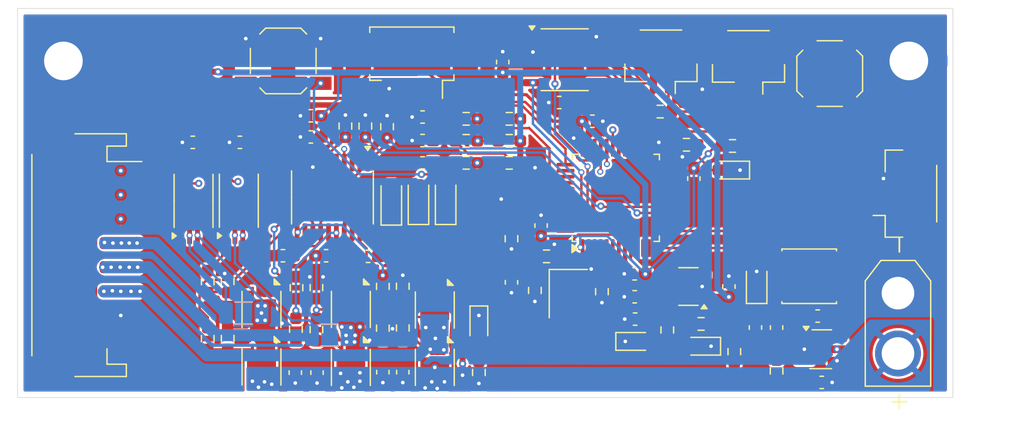
<source format=kicad_pcb>
(kicad_pcb (version 20240108) (generator "pcbnew") (generator_version "8.0")
  (layers (0 "F.Cu" mixed) (1 "In1.Cu" signal) (2 "In2.Cu" signal) (31 "B.Cu" signal) (34 "B.Paste" user) (35 "F.Paste" user) (36 "B.SilkS" user "B.Silkscreen") (37 "F.SilkS" user "F.Silkscreen") (38 "B.Mask" user) (39 "F.Mask" user) (44 "Edge.Cuts" user))
  (net 0 "")
  (net 1 "GND")
  (net 2 "+3.3V")
  (net 3 "Net-(U1-PB5)")
  (net 4 "Net-(U1-PB6)")
  (net 5 "Net-(U1-PB7)")
  (net 6 "+5V")
  (net 7 "NRST")
  (net 8 "+24V")
  (net 9 "RCC_OSC_IN+")
  (net 10 "Net-(D3-C)")
  (net 11 "/M0_OUT1_P")
  (net 12 "/M0_OUT2_P")
  (net 13 "Net-(D4-C)")
  (net 14 "Net-(D5-C)")
  (net 15 "/M0_OUT3")
  (net 16 "RCC_OSC_OUT-")
  (net 17 "Net-(RY8411-FB)")
  (net 18 "Net-(RY8411-BS)")
  (net 19 "Net-(D2-A)")
  (net 20 "Net-(D6-+)")
  (net 21 "Net-(D7-+)")
  (net 22 "Net-(D8-+)")
  (net 23 "SYS_JTCK_SWCLK")
  (net 24 "SYS_JTMS_SWDIO")
  (net 25 "CANL")
  (net 26 "CANH")
  (net 27 "M0_OUT1")
  (net 28 "M0_OUT2_N")
  (net 29 "HALL_A")
  (net 30 "HALL_B")
  (net 31 "HALL_C")
  (net 32 "Net-(U5-SPLIT)")
  (net 33 "Net-(Q1-G)")
  (net 34 "Net-(Q2-G)")
  (net 35 "Net-(Q5-G)")
  (net 36 "Net-(Q6-G)")
  (net 37 "Net-(Q9-G)")
  (net 38 "Net-(Q10-G)")
  (net 39 "/M0_GH2")
  (net 40 "/M0_GH1")
  (net 41 "/M0_GL1")
  (net 42 "/M0_GL2")
  (net 43 "/M0_GL3")
  (net 44 "LED_1")
  (net 45 "/M0_GH3")
  (net 46 "M0_IN3")
  (net 47 "M0_IN2")
  (net 48 "M0_IN1")
  (net 49 "Net-(U1-BOOT0)")
  (net 50 "DBG")
  (net 53 "USART2_RX")
  (net 57 "USART2_TX")
  (net 61 "CAN_TX")
  (net 71 "/M0_OUT2_CS")
  (net 73 "CAN_RX")
  (net 78 "Net-(Y2-Pad2)")
  (net 79 "M0_OUT3_N")
  (net 80 "/M0_OUT3_P")
  (net 81 "/M0_OUT3_CS")
  (net 82 "SW")
  (footprint "Button_Switch_SMD:SW_SPST_SKQG_WithoutStem" (layer "F.Cu") (at 18.2 0 180)
    (property "Reference" "SW1" (hide yes))
    (property "Value" "SW_Push" (hide yes))
  )
  (footprint "Diode_SMD:D_SOD-323_HandSoldering" (layer "F.Cu") (at 29.4 11.55 90)
    (property "Reference" "D4" (hide yes))
    (property "Value" "1N5819WS" (hide yes))
  )
  (footprint "Crystal:Crystal_SMD_SeikoEpson_TSX3225-4Pin_3.2x2.5mm" (layer "F.Cu") (at 41.8 19.2875 -90)
    (property "Reference" "Y2" (hide yes))
    (property "Value" "16MHz" (hide yes))
  )
  (footprint "Resistor_SMD:R_0603_1608Metric_Pad0.98x0.95mm_HandSolder" (layer "F.Cu") (at 33.35 4.8 180)
    (property "Reference" "R3" (hide yes))
    (property "Value" "100Ω" (hide yes))
  )
  (footprint "Resistor_SMD:R_0603_1608Metric_Pad0.98x0.95mm_HandSolder" (layer "F.Cu") (at 11.95 23.0125 90)
    (property "Reference" "R20" (hide yes))
    (property "Value" "2.2Ω" (hide yes))
  )
  (footprint "Package_DFN_QFN:DFN-8-1EP_3x3mm_P0.5mm_EP1.65x2.38mm" (layer "F.Cu") (at 23.8 20.6 -90)
    (property "Reference" "Q6" (hide yes))
    (property "Value" "WSD4070DN" (hide yes))
  )
  (footprint "Resistor_SMD:R_0603_1608Metric_Pad0.98x0.95mm_HandSolder" (layer "F.Cu") (at 36.9125 6.625)
    (property "Reference" "R4" (hide yes))
    (property "Value" "4.7kΩ" (hide yes))
  )
  (footprint "Capacitor_SMD:C_0603_1608Metric_Pad1.08x0.95mm_HandSolder" (layer "F.Cu") (at 62.45 21.15 180)
    (property "Reference" "C38" (hide yes))
    (property "Value" "100nF" (hide yes))
  )
  (footprint "Resistor_SMD:R_0603_1608Metric_Pad0.98x0.95mm_HandSolder" (layer "F.Cu") (at 40 16.2 180)
    (property "Reference" "R32" (hide yes))
    (property "Value" "10K" (hide yes))
  )
  (footprint "Capacitor_SMD:C_0603_1608Metric_Pad1.08x0.95mm_HandSolder" (layer "F.Cu") (at 39.55 13.65 90)
    (property "Reference" "C12" (hide yes))
    (property "Value" "100nF" (hide yes))
  )
  (footprint "Capacitor_SMD:C_0603_1608Metric_Pad1.08x0.95mm_HandSolder" (layer "F.Cu") (at 28.1 25.8 90)
    (property "Reference" "C27" (hide yes))
    (property "Value" "10u" (hide yes))
  )
  (footprint "Package_DFN_QFN:DFN-8-1EP_3x3mm_P0.5mm_EP1.65x2.38mm" (layer "F.Cu") (at 16.4 25.3675 -90)
    (property "Reference" "Q9" (hide yes))
    (property "Value" "WSD4070DN" (hide yes))
  )
  (footprint "Package_DFN_QFN:DFN-8-1EP_3x3mm_P0.5mm_EP1.65x2.38mm" (layer "F.Cu") (at 30.75 25.4 -90)
    (property "Reference" "Q1" (hide yes))
    (property "Value" "WSD4070DN" (hide yes))
  )
  (footprint "Package_SO:SOP-8_3.9x4.9mm_P1.27mm" (layer "F.Cu") (at 41.5 -0.1)
    (property "Reference" "U5" (hide yes))
    (property "Value" "SIT1042T" (hide yes))
  )
  (footprint "Resistor_SMD:R_0603_1608Metric_Pad0.98x0.95mm_HandSolder" (layer "F.Cu") (at 59.05 25.7 90)
    (property "Reference" "R26" (hide yes))
    (property "Value" "47kΩ" (hide yes))
  )
  (footprint "Resistor_SMD:R_0603_1608Metric_Pad0.98x0.95mm_HandSolder" (layer "F.Cu") (at 44.5875 19.125 -90)
    (property "Reference" "C28" (hide yes))
    (property "Value" "20p" (hide yes))
  )
  (footprint "Capacitor_SMD:C_0603_1608Metric_Pad1.08x0.95mm_HandSolder" (layer "F.Cu") (at 21.75 16.15)
    (property "Reference" "C23" (hide yes))
    (property "Value" "100nF" (hide yes))
  )
  (footprint "Diode_SMD:D_SOD-323" (layer "F.Cu") (at 57.4 18.5 90)
    (property "Reference" "D1" (hide yes))
    (property "Value" "BZT52B20-G" (hide yes))
  )
  (footprint "Capacitor_SMD:C_0603_1608Metric_Pad1.08x0.95mm_HandSolder" (layer "F.Cu") (at 29.7375 8.45 180)
    (property "Reference" "C5" (hide yes))
    (property "Value" "0.01u" (hide yes))
  )
  (footprint "Capacitor_SMD:C_0603_1608Metric_Pad1.08x0.95mm_HandSolder" (layer "F.Cu") (at 62.7875 26.65 180)
    (property "Reference" "C41" (hide yes))
    (property "Value" "22uF" (hide yes))
  )
  (footprint "Resistor_SMD:R_0603_1608Metric_Pad0.98x0.95mm_HandSolder" (layer "F.Cu") (at 39.0375 19.025 -90)
    (property "Reference" "C21" (hide yes))
    (property "Value" "20p" (hide yes))
  )
  (footprint "Resistor_SMD:R_0603_1608Metric_Pad0.98x0.95mm_HandSolder" (layer "F.Cu") (at 25 5.4 -90)
    (property "Reference" "R29" (hide yes))
    (property "Value" "10kΩ" (hide yes))
  )
  (footprint "Capacitor_SMD:C_0603_1608Metric_Pad1.08x0.95mm_HandSolder" (layer "F.Cu") (at 57.3 22.1 -90)
    (property "Reference" "C35" (hide yes))
    (property "Value" "22uF" (hide yes))
  )
  (footprint "Resistor_SMD:R_0603_1608Metric_Pad0.98x0.95mm_HandSolder" (layer "F.Cu") (at 11.95 18.3 90)
    (property "Reference" "R15" (hide yes))
    (property "Value" "2.2Ω" (hide yes))
  )
  (footprint "Resistor_SMD:R_0603_1608Metric_Pad0.98x0.95mm_HandSolder" (layer "F.Cu") (at 13.6 18.2875 -90)
    (property "Reference" "R23" (hide yes))
    (property "Value" "10kΩ" (hide yes))
  )
  (footprint "Resistor_SMD:R_0603_1608Metric_Pad0.98x0.95mm_HandSolder" (layer "F.Cu") (at 50 22.3 -90)
    (property "Reference" "R34" (hide yes))
    (property "Value" "1kΩ" (hide yes))
  )
  (footprint "Resistor_SMD:R_0603_1608Metric_Pad0.98x0.95mm_HandSolder" (layer "F.Cu") (at 33.35 6.625 180)
    (property "Reference" "R5" (hide yes))
    (property "Value" "100Ω" (hide yes))
  )
  (footprint "Resistor_SMD:R_0603_1608Metric_Pad0.98x0.95mm_HandSolder" (layer "F.Cu") (at 33.35 8.45 180)
    (property "Reference" "R9" (hide yes))
    (property "Value" "100Ω" (hide yes))
  )
  (footprint "Resistor_SMD:R_0603_1608Metric_Pad0.98x0.95mm_HandSolder" (layer "F.Cu") (at 55.55 24.1 90)
    (property "Reference" "R27" (hide yes))
    (property "Value" "249kΩ" (hide yes))
  )
  (footprint "Resistor_SMD:R_0603_1608Metric_Pad0.98x0.95mm_HandSolder" (layer "F.Cu") (at 37.1 14.7375 90)
    (property "Reference" "R31" (hide yes))
    (property "Value" "10K" (hide yes))
  )
  (footprint "Resistor_SMD:R_0603_1608Metric_Pad0.98x0.95mm_HandSolder" (layer "F.Cu") (at 26.45 22.15 90)
    (property "Reference" "R12" (hide yes))
    (property "Value" "2.2Ω" (hide yes))
  )
  (footprint "Connector_JST:JST_GH_SM03B-GHS-TB_1x03-1MP_P1.25mm_Horizontal" (layer "F.Cu") (at 69.75 11 90)
    (property "Reference" "USART1" (hide yes))
    (property "Value" "Conn_01x03" (hide yes))
  )
  (footprint "Capacitor_SMD:C_0603_1608Metric_Pad1.08x0.95mm_HandSolder" (layer "F.Cu") (at 18.175 16.15)
    (property "Reference" "C24" (hide yes))
    (property "Value" "100nF" (hide yes))
  )
  (footprint "Package_SO:TSSOP-8_4.4x3mm_P0.65mm" (layer "F.Cu") (at 10.775 11.6 90)
    (property "Reference" "U2" (hide yes))
    (property "Value" "INA240A2PWR" (hide yes))
  )
  (footprint "Resistor_SMD:R_0603_1608Metric_Pad0.98x0.95mm_HandSolder" (layer "F.Cu") (at 28.1 22.1375 -90)
    (property "Reference" "R16" (hide yes))
    (property "Value" "10kΩ" (hide yes))
  )
  (footprint "Capacitor_SMD:C_0603_1608Metric_Pad1.08x0.95mm_HandSolder" (layer "F.Cu") (at 29.7375 6.6 180)
    (property "Reference" "C4" (hide yes))
    (property "Value" "0.01u" (hide yes))
  )
  (footprint "Connector_Molex:Molex_PicoBlade_53261-0471_1x04-1MP_P1.25mm_Horizontal" (layer "F.Cu") (at 28.85 -0.1 180)
    (property "Reference" "J1" (hide yes))
    (property "Value" "Conn_01x04_Pin" (hide yes))
  )
  (footprint "Package_DFN_QFN:DFN-8-1EP_3x3mm_P0.5mm_EP1.65x2.38mm" (layer "F.Cu") (at 30.75 20.65 -90)
    (property "Reference" "Q2" (hide yes))
    (property "Value" "WSD4070DN" (hide yes))
  )
  (footprint "Resistor_SMD:R_0603_1608Metric_Pad0.98x0.95mm_HandSolder" (layer "F.Cu") (at 34.4 25.825 90)
    (property "Reference" "R10" (hide yes))
    (property "Value" "10k" (hide yes))
  )
  (footprint "Resistor_SMD:R_0603_1608Metric_Pad0.98x0.95mm_HandSolder" (layer "F.Cu") (at 26.45 18.6875 90)
    (property "Reference" "R13" (hide yes))
    (property "Value" "2.2Ω" (hide yes))
  )
  (footprint "Capacitor_SMD:C_0603_1608Metric_Pad1.08x0.95mm_HandSolder" (layer "F.Cu") (at 59.05 22.1 -90)
    (property "Reference" "C1" (hide yes))
    (property "Value" "22uF" (hide yes))
  )
  (footprint "Resistor_SMD:R_0603_1608Metric_Pad0.98x0.95mm_HandSolder" (layer "F.Cu") (at 51.5875 6.95 180)
    (property "Reference" "R19" (hide yes))
    (property "Value" "470Ω" (hide yes))
  )
  (footprint "Capacitor_SMD:C_0603_1608Metric_Pad1.08x0.95mm_HandSolder" (layer "F.Cu") (at 52.2 9.75 -90)
    (property "Reference" "C10" (hide yes))
    (property "Value" "100nF" (hide yes))
  )
  (footprint "Capacitor_SMD:C_0603_1608Metric_Pad1.08x0.95mm_HandSolder" (layer "F.Cu") (at 19.2 25.8375 90)
    (property "Reference" "C18" (hide yes))
    (property "Value" "10u" (hide yes))
  )
  (footprint "Package_TO_SOT_SMD:SOT-23-5" (layer "F.Cu") (at 51.75 18.7 180)
    (property "Reference" "U6" (hide yes))
    (property "Value" "XC6210B332MR" (hide yes))
  )
  (footprint "Resistor_SMD:R_0603_1608Metric_Pad0.98x0.95mm_HandSolder" (layer "F.Cu") (at 49.4125 4.2)
    (property "Reference" "R18" (hide yes))
    (property "Value" "120Ω" (hide yes))
  )
  (footprint "Resistor_SMD:R_0603_1608Metric_Pad0.98x0.95mm_HandSolder" (layer "F.Cu") (at 55.4 7.05 180)
    (property "Reference" "R35" (hide yes))
    (property "Value" "10K" (hide yes))
  )
  (footprint "Inductor_SMD:L_Changjiang_FNR4020S" (layer "F.Cu") (at 61.75 17.85)
    (property "Reference" "L2" (hide yes))
    (property "Value" "4.7uH" (hide yes))
  )
  (footprint "Capacitor_SMD:C_0603_1608Metric_Pad1.08x0.95mm_HandSolder" (layer "F.Cu") (at 43.8 5)
    (property "Reference" "C9" (hide yes))
    (property "Value" "100nF" (hide yes))
  )
  (footprint "Resistor_SMD:R_0603_1608Metric_Pad0.98x0.95mm_HandSolder" (layer "F.Cu") (at 19.3 18.8 90)
    (property "Reference" "R14" (hide yes))
    (property "Value" "2.2Ω" (hide yes))
  )
  (footprint "Resistor_SMD:R_0603_1608Metric_Pad0.98x0.95mm_HandSolder" (layer "F.Cu") (at 20.95 18.7875 -90)
    (property "Reference" "R21" (hide yes))
    (property "Value" "10kΩ" (hide yes))
  )
  (footprint "Connector_AMASS:AMASS_XT30U-M_1x02_P5.0mm_Vertical" (layer "F.Cu") (at 69.1 19.25 -90)
    (property "Reference" "J5" (hide yes))
    (property "Value" "Conn_01x02_Pin" (hide yes))
  )
  (footprint "Resistor_SMD:R_0603_1608Metric_Pad0.98x0.95mm_HandSolder" (layer "F.Cu") (at 20.95 22.275 -90)
    (property "Reference" "R22" (hide yes))
    (property "Value" "10kΩ" (hide yes))
  )
  (footprint "Resistor_SMD:R_0603_1608Metric_Pad0.98x0.95mm_HandSolder" (layer "F.Cu") (at 19.25 22.2375 90)
    (property "Reference" "R11" (hide yes))
    (property "Value" "2.2Ω" (hide yes))
  )
  (footprint "Capacitor_SMD:C_0603_1608Metric_Pad1.08x0.95mm_HandSolder" (layer "F.Cu") (at 55.1 18.7 -90)
    (property "Reference" "C6" (hide yes))
    (property "Value" "0.01u" (hide yes))
  )
  (footprint "LED_SMD:LED_0603_1608Metric_Pad1.05x0.95mm_HandSolder" (layer "F.Cu") (at 47.4 23.25)
    (property "Reference" "D8" (hide yes))
    (property "Value" "LED" (hide yes))
  )
  (footprint "Connector_JST:JST_GH_SM02B-GHS-TB_1x02-1MP_P1.25mm_Horizontal" (layer "F.Cu") (at 56.725 0.050001 180)
    (property "Reference" "J3" (hide yes))
    (property "Value" "Conn_01x02_MountingPin" (hide yes))
  )
  (footprint "Capacitor_SMD:C_0603_1608Metric_Pad1.08x0.95mm_HandSolder" (layer "F.Cu") (at 26.45 25.8 90)
    (property "Reference" "C25" (hide yes))
    (property "Value" "10u" (hide yes))
  )
  (footprint "Resistor_SMD:R_0603_1608Metric_Pad0.98x0.95mm_HandSolder" (layer "F.Cu") (at 52.8 21.8 180)
    (property "Reference" "R33" (hide yes))
    (property "Value" "1kΩ" (hide yes))
  )
  (footprint "Diode_SMD:D_SOD-323_HandSoldering" (layer "F.Cu") (at 27.15 11.6 90)
    (property "Reference" "D5" (hide yes))
    (property "Value" "1N5819WS" (hide yes))
  )
  (footprint "Diode_SMD:D_SOD-323_HandSoldering" (layer "F.Cu") (at 31.65 11.55 90)
    (property "Reference" "D3" (hide yes))
    (property "Value" "1N5819WS" (hide yes))
  )
  (footprint "MountingHole:MountingHole_3.2mm_M3_Pad" (layer "F.Cu") (at 70 0)
    (property "Reference" "H1" (hide yes))
    (property "Value" "MountingHole" (hide yes))
  )
  (footprint "Resistor_SMD:R_0603_1608Metric_Pad0.98x0.95mm_HandSolder" (layer "F.Cu") (at 36.9125 4.8)
    (property "Reference" "R2" (hide yes))
    (property "Value" "4.7kΩ" (hide yes))
  )
  (footprint "LED_SMD:LED_0603_1608Metric_Pad1.05x0.95mm_HandSolder" (layer "F.Cu") (at 52.75 23.65 180)
    (property "Reference" "D7" (hide yes))
    (property "Value" "LED" (hide yes))
  )
  (footprint "Package_DFN_QFN:DFN-8-1EP_3x3mm_P0.5mm_EP1.65x2.38mm" (layer "F.Cu") (at 16.4 20.6 -90)
    (property "Reference" "Q10" (hide yes))
    (property "Value" "WSD4070DN" (hide yes))
  )
  (footprint "MountingHole:MountingHole_3.2mm_M3_Pad" (layer "F.Cu") (at 0 0)
    (property "Reference" "H2" (hide yes))
    (property "Value" "MountingHole" (hide yes))
  )
  (footprint "Resistor_SMD:R_0603_1608Metric_Pad0.98x0.95mm_HandSolder" (layer "F.Cu") (at 26.8 5.45 -90)
    (property "Reference" "R30" (hide yes))
    (property "Value" "10kΩ" (hide yes))
  )
  (footprint "Resistor_SMD:R_0603_1608Metric_Pad0.98x0.95mm_HandSolder" (layer "F.Cu") (at 28.1 18.675 -90)
    (property "Reference" "R17" (hide yes))
    (property "Value" "10kΩ" (hide yes))
  )
  (footprint "Capacitor_SMD:C_0603_1608Metric_Pad1.08x0.95mm_HandSolder" (layer "F.Cu") (at 47.3 19.55 180)
    (property "Reference" "C11" (hide yes))
    (property "Value" "100nF" (hide yes))
  )
  (footprint "Button_Switch_SMD:SW_SPST_SKQG_WithoutStem" (layer "F.Cu") (at 63.45 1.05 -90)
    (property "Reference" "SW2" (hide yes))
    (property "Value" "SW_Push" (hide yes))
  )
  (footprint "LED_SMD:LED_0603_1608Metric_Pad1.05x0.95mm_HandSolder" (layer "F.Cu") (at 55.15 9.05 180)
    (property "Reference" "D2" (hide yes))
    (property "Value" "LED" (hide yes))
  )
  (footprint "Capacitor_SMD:C_0603_1608Metric_Pad1.08x0.95mm_HandSolder" (layer "F.Cu") (at 20.4875 6.3 180)
    (property "Reference" "C16" (hide yes))
    (property "Value" "1uF" (hide yes))
  )
  (footprint "Package_TO_SOT_SMD:SOT-23-6_Handsoldering" (layer "F.Cu") (at 62.7 23.9)
    (property "Reference" "RY8411" (hide yes))
    (property "Value" "~" (hide yes))
  )
  (footprint "Connector_JST:JST_PH_S8B-PH-SM4-TB_1x08-1MP_P2.00mm_Horizontal" (layer "F.Cu") (at 1.9 16.1 -90)
    (property "Reference" "J6" (hide yes))
    (property "Value" "Conn_01x08_Socket" (hide yes))
  )
  (footprint "Capacitor_SMD:C_0603_1608Metric_Pad1.08x0.95mm_HandSolder" (layer "F.Cu") (at 47.3375 21.4)
    (property "Reference" "C2" (hide yes))
    (property "Value" "1u" (hide yes))
  )
  (footprint "Capacitor_SMD:C_0603_1608Metric_Pad1.08x0.95mm_HandSolder" (layer "F.Cu") (at 14.6125 6.75 180)
    (property "Reference" "C13" (hide yes))
    (property "Value" "100nF" (hide yes))
  )
  (footprint "LED_SMD:LED_0603_1608Metric_Pad1.05x0.95mm_HandSolder" (layer "F.Cu") (at 34.4 21.975 -90)
    (property "Reference" "D6" (hide yes))
    (property "Value" "LED" (hide yes))
  )
  (footprint "Resistor_SMD:R_0603_1608Metric_Pad0.98x0.95mm_HandSolder" (layer "F.Cu") (at 36.9125 8.45)
    (property "Reference" "R6" (hide yes))
    (property "Value" "4.7kΩ" (hide yes))
  )
  (footprint "Resistor_SMD:R_0603_1608Metric_Pad0.98x0.95mm_HandSolder" (layer "F.Cu") (at 13.6 23 -90)
    (property "Reference" "R24" (hide yes))
    (property "Value" "10kΩ" (hide yes))
  )
  (footprint "Capacitor_SMD:C_0603_1608Metric_Pad1.08x0.95mm_HandSolder" (layer "F.Cu") (at 37.1 18.35 -90)
    (property "Reference" "C8" (hide yes))
    (property "Value" "100nF" (hide yes))
  )
  (footprint "Capacitor_SMD:C_0603_1608Metric_Pad1.08x0.95mm_HandSolder" (layer "F.Cu") (at 10.7125 6.75 180)
    (property "Reference" "C15" (hide yes))
    (property "Value" "100nF" (hide yes))
  )
  (footprint "Package_SO:TSSOP-8_4.4x3mm_P0.65mm" (layer "F.Cu") (at 14.525 11.5875 90)
    (property "Reference" "U3" (hide yes))
    (property "Value" "INA240A2PWR" (hide yes))
  )
  (footprint "Capacitor_SMD:C_0603_1608Metric_Pad1.08x0.95mm_HandSolder" (layer "F.Cu") (at 21 25.8375 90)
    (property "Reference" "C20" (hide yes))
    (property "Value" "10u" (hide yes))
  )
  (footprint "Capacitor_SMD:C_0603_1608Metric_Pad1.08x0.95mm_HandSolder" (layer "F.Cu") (at 20.4875 4.55 180)
    (property "Reference" "C17" (hide yes))
    (property "Value" "100nF" (hide yes))
  )
  (footprint "Package_QFP:LQFP-48_7x7mm_P0.5mm" (layer "F.Cu") (at 45.7375 11.35 90)
    (property "Reference" "U1" (hide yes))
    (property "Value" "STM32F103C8Tx" (hide yes))
  )
  (footprint "Package_DFN_QFN:DFN-8-1EP_3x3mm_P0.5mm_EP1.65x2.38mm" (layer "F.Cu") (at 23.8 25.4 -90)
    (property "Reference" "Q5" (hide yes))
    (property "Value" "WSD4070DN" (hide yes))
  )
  (footprint "Resistor_SMD:R_0603_1608Metric_Pad0.98x0.95mm_HandSolder" (layer "F.Cu") (at 23.35 5.4 -90)
    (property "Reference" "R28" (hide yes))
    (property "Value" "10kΩ" (hide yes))
  )
  (footprint "Capacitor_SMD:C_0603_1608Metric_Pad1.08x0.95mm_HandSolder" (layer "F.Cu") (at 41.05 3.45 180)
    (property "Reference" "C14" (hide yes))
    (property "Value" "100nF" (hide yes))
  )
  (footprint "Capacitor_SMD:C_0603_1608Metric_Pad1.08x0.95mm_HandSolder" (layer "F.Cu") (at 25.225 16.2)
    (property "Reference" "C22" (hide yes))
    (property "Value" "100nF" (hide yes))
  )
  (footprint "Package_SO:TSSOP-20-1EP_4.4x6.5mm_P0.65mm_EP2.15x3.35mm" (layer "F.Cu") (at 22.275 11.3125 -90)
    (property "Reference" "U8" (hide yes))
    (property "Value" "EG2133" (hide yes))
  )
  (footprint "Capacitor_SMD:C_0603_1608Metric_Pad1.08x0.95mm_HandSolder" (layer "F.Cu") (at 36.375 0.0925 -90)
    (property "Reference" "C26" (hide yes))
    (property "Value" "100nF" (hide yes))
  )
  (footprint "Capacitor_SMD:C_0603_1608Metric_Pad1.08x0.95mm_HandSolder" (layer "F.Cu") (at 29.7375 4.65)
    (property "Reference" "C3" (hide yes))
    (property "Value" "0.01u" (hide yes))
  )
  (footprint "Capacitor_SMD:C_0603_1608Metric_Pad1.08x0.95mm_HandSolder" (layer "F.Cu") (at 47.3 17.65 180)
    (property "Reference" "C7" (hide yes))
    (property "Value" "4.7uF" (hide yes))
  )
  (footprint "Connector_JST:JST_GH_SM02B-GHS-TB_1x02-1MP_P1.25mm_Horizontal" (layer "F.Cu") (at 49.475 0.000001 180)
    (property "Reference" "J4" (hide yes))
    (property "Value" "Conn_01x02_MountingPin" (hide yes))
  )
  (footprint "Capacitor_SMD:C_1206_3216Metric" (layer "B.Cu") (at 22.05 22.73 180)
    (property "Reference" "R8" (hide yes))
    (property "Value" "0.01Ω" (hide yes))
  )
  (footprint "Capacitor_SMD:C_1206_3216Metric" (layer "B.Cu") (at 14.925 20.9 180)
    (property "Reference" "R7" (hide yes))
    (property "Value" "0.01Ω" (hide yes))
  )
  (gr_rect (start -3.8 -4.35) (end 73.65 27.9) (stroke (width 0.05)) (fill none) (layer "Edge.Cuts"))
  (via (at 4.75 21.1) (size 0.6) (drill 0.3) (layers "F.Cu" "B.Cu") (net 1))
  (via (at 44.125 -2.005) (size 0.6) (drill 0.3) (layers "F.Cu" "B.Cu") (net 1))
  (via (at 25 4.4875) (size 0.6) (drill 0.3) (layers "F.Cu" "B.Cu") (net 1))
  (via (at 57.4 17.45) (size 0.5) (drill 0.3) (layers "F.Cu" "B.Cu") (net 1))
  (via (at 28.875 6.6) (size 0.6) (drill 0.3) (layers "F.Cu" "B.Cu") (net 1))
  (via (at 36.25 11.45) (size 0.6) (drill 0.3) (layers "F.Cu" "B.Cu") (net 1))
  (via (at 21.3 -1.85) (size 0.6) (drill 0.3) (layers "F.Cu" "B.Cu") (net 1))
  (via (at 25.35 23.15) (size 0.6) (drill 0.3) (layers "F.Cu" "B.Cu") (net 1))
  (via (at 52.8875 18.7) (size 0.6) (drill 0.3) (layers "F.Cu" "B.Cu") (net 1))
  (via (at 34.4 21.1) (size 0.6) (drill 0.3) (layers "F.Cu" "B.Cu") (net 1))
  (via (at 39.0375 19.9375) (size 0.6) (drill 0.3) (layers "F.Cu" "B.Cu") (net 1))
  (via (at 46.475 21.4) (size 0.6) (drill 0.3) (layers "F.Cu" "B.Cu") (net 1))
  (via (at 20.649999 8.8) (size 0.5) (drill 0.3) (layers "F.Cu" "B.Cu") (net 1))
  (via (at 39.05 8.85) (size 0.6) (drill 0.3) (layers "F.Cu" "B.Cu") (net 1))
  (via (at 18.1 21.75) (size 0.6) (drill 0.3) (layers "F.Cu" "B.Cu") (net 1))
  (via (at 37.1 15.5875) (size 0.6) (drill 0.3) (layers "F.Cu" "B.Cu") (net 1))
  (via (at 19.625 4.55) (size 0.6) (drill 0.3) (layers "F.Cu" "B.Cu") (net 1))
  (via (at 20.4 17.9) (size 0.5) (drill 0.3) (layers "F.Cu" "B.Cu") (net 1))
  (via (at 28.1 17.7625) (size 0.6) (drill 0.3) (layers "F.Cu" "B.Cu") (net 1))
  (via (at 13.35288 17.62212) (size 0.6) (drill 0.3) (layers "F.Cu" "B.Cu") (net 1))
  (via (at 44.6625 5) (size 0.6) (drill 0.3) (layers "F.Cu" "B.Cu") (net 1))
  (via (at 13.75 6.75) (size 0.6) (drill 0.3) (layers "F.Cu" "B.Cu") (net 1))
  (via (at 26.8 4.5375) (size 0.6) (drill 0.3) (layers "F.Cu" "B.Cu") (net 1))
  (via (at 21.5 17.9) (size 0.5) (drill 0.3) (layers "F.Cu" "B.Cu") (net 1))
  (via (at 27.25 22.2) (size 0.6) (drill 0.3) (layers "F.Cu" "B.Cu") (net 1))
  (via (at 67.9 9.75) (size 0.6) (drill 0.3) (layers "F.Cu" "B.Cu") (net 1))
  (via (at 9.85 6.75) (size 0.6) (drill 0.3) (layers "F.Cu" "B.Cu") (net 1))
  (via (at 61.35 23.9) (size 0.6) (drill 0.3) (layers "F.Cu" "B.Cu") (net 1))
  (via (at 46.525 23.25) (size 0.6) (drill 0.3) (layers "F.Cu" "B.Cu") (net 1))
  (via (at 42.25 6.4) (size 0.6) (drill 0.3) (layers "F.Cu" "B.Cu") (net 1))
  (via (at 40.1875 3.45) (size 0.6) (drill 0.3) (layers "F.Cu" "B.Cu") (net 1))
  (via (at 37.100001 19.212502) (size 0.6) (drill 0.3) (layers "F.Cu" "B.Cu") (net 1))
  (via (at 52.9 2.35) (size 0.6) (drill 0.3) (layers "F.Cu" "B.Cu") (net 1))
  (via (at 39.55 12.787498) (size 0.6) (drill 0.3) (layers "F.Cu" "B.Cu") (net 1))
  (via (at 40.65 15.2) (size 0.6) (drill 0.3) (layers "F.Cu" "B.Cu") (net 1))
  (via (at 23.35 4.4875) (size 0.6) (drill 0.3) (layers "F.Cu" "B.Cu") (net 1))
  (via (at 53.625 23.65) (size 0.6) (drill 0.3) (layers "F.Cu" "B.Cu") (net 1))
  (via (at 51.25 7.95) (size 0.6) (drill 0.3) (layers "F.Cu" "B.Cu") (net 1))
  (via (at 15.1 -1.85) (size 0.6) (drill 0.3) (layers "F.Cu" "B.Cu") (net 1))
  (via (at 56.024999 9.049998) (size 0.6) (drill 0.3) (layers "F.Cu" "B.Cu") (net 1))
  (via (at 19.625 6.3) (size 0.6) (drill 0.3) (layers "F.Cu" "B.Cu") (net 1))
  (via (at 44.5875 20.0375) (size 0.6) (drill 0.3) (layers "F.Cu" "B.Cu") (net 1))
  (via (at 36.375 -0.77) (size 0.6) (drill 0.3) (layers "F.Cu" "B.Cu") (net 1))
  (via (at 38.875 -0.735) (size 0.6) (drill 0.3) (layers "F.Cu" "B.Cu") (net 1))
  (via (at 55.1 17.8375) (size 0.6) (drill 0.3) (layers "F.Cu" "B.Cu") (net 1))
  (via (at 26.975 2.3) (size 0.6) (drill 0.3) (layers "F.Cu" "B.Cu") (net 1))
  (via (at 46.4375 19.55) (size 0.6) (drill 0.3) (layers "F.Cu" "B.Cu") (net 1))
  (via (at 43.7 17.25) (size 0.6) (drill 0.3) (layers "F.Cu" "B.Cu") (net 1))
  (via (at 28.875 4.649998) (size 0.6) (drill 0.3) (layers "F.Cu" "B.Cu") (net 1))
  (via (at 49.3 6.75) (size 0.6) (drill 0.3) (layers "F.Cu" "B.Cu") (net 1))
  (via (at 46.4375 17.65) (size 0.6) (drill 0.3) (layers "F.Cu" "B.Cu") (net 1))
  (segment (start 15.475 6.75) (end 14.475 5.75) (width 0.254) (layer "F.Cu") (net 2))
  (segment (start 48.2 17.6875) (end 48.1625 17.65) (width 0.2) (layer "F.Cu") (net 2))
  (segment (start 48.2 17.6875) (end 48.18125 17.66875) (width 0.5) (layer "F.Cu") (net 2))
  (segment (start 19.125 3.1) (end 15.475 6.75) (width 0.254) (layer "F.Cu") (net 2))
  (segment (start 25.223 1.127) (end 23.25 3.1) (width 0.254) (layer "F.Cu") (net 2))
  (segment (start 29.25 1.1) (end 29.223 1.127) (width 0.254) (layer "F.Cu") (net 2))
  (segment (start 11.1 8.7375) (end 11.75 8.7375) (width 0.2) (layer "F.Cu") (net 2))
  (segment (start 42.9375 7.1375) (end 42.9875 7.1875) (width 0.2) (layer "F.Cu") (net 2))
  (segment (start 48.2125 21.3875) (end 48.2 21.4) (width 0.5) (layer "F.Cu") (net 2))
  (segment (start 50.6125 19.65) (end 50.6125 20.775) (width 0.5) (layer "F.Cu") (net 2))
  (segment (start 38.336518 2.8) (end 40.536518 5) (width 0.254) (layer "F.Cu") (net 2))
  (segment (start 12.575 5.75) (end 11.575 6.75) (width 0.254) (layer "F.Cu") (net 2))
  (segment (start 11.575 8.5625) (end 11.75 8.7375) (width 0.254) (layer "F.Cu") (net 2))
  (segment (start 50 21.3875) (end 48.2125 21.3875) (width 0.5) (layer "F.Cu") (net 2))
  (segment (start 15.475 6.75) (end 15.475 8.7) (width 0.254) (layer "F.Cu") (net 2))
  (segment (start 49.9 8.6) (end 51.912514 8.6) (width 0.2) (layer "F.Cu") (net 2))
  (segment (start 23.25 3.1) (end 19.125 3.1) (width 0.254) (layer "F.Cu") (net 2))
  (segment (start 54.4875 7.05) (end 54 7.05) (width 0.2) (layer "F.Cu") (net 2))
  (segment (start 46.9875 16.475) (end 46.9875 15.5125) (width 0.2) (layer "F.Cu") (net 2))
  (segment (start 39.962514 14.1) (end 41.575 14.1) (width 0.2) (layer "F.Cu") (net 2))
  (segment (start 53.393754 7.656246) (end 53.393754 7.69376) (width 0.2) (layer "F.Cu") (net 2))
  (segment (start 30.725 2.3) (end 31.225 2.8) (width 0.254) (layer "F.Cu") (net 2))
  (segment (start 39.55 14.512514) (end 39.962514 14.1) (width 0.2) (layer "F.Cu") (net 2))
  (segment (start 54 7.05) (end 53.393754 7.656246) (width 0.2) (layer "F.Cu") (net 2))
  (segment (start 29.223 1.127) (end 25.223 1.127) (width 0.254) (layer "F.Cu") (net 2))
  (segment (start 51.912514 8.6) (end 52.200014 8.8875) (width 0.2) (layer "F.Cu") (net 2))
  (segment (start 40.536518 5) (end 42.9375 5) (width 0.254) (layer "F.Cu") (net 2))
  (segment (start 31.225 2.8) (end 38.336518 2.8) (width 0.254) (layer "F.Cu") (net 2))
  (segment (start 42.9375 5) (end 42.9375 7.1375) (width 0.2) (layer "F.Cu") (net 2))
  (segment (start 30.725 2.3) (end 30.725 1.5) (width 0.254) (layer "F.Cu") (net 2))
  (segment (start 30.725 1.5) (end 30.325 1.1) (width 0.254) (layer "F.Cu") (net 2))
  (segment (start 14.85 8.725) (end 15.5 8.725) (width 0.2) (layer "F.Cu") (net 2))
  (segment (start 39.55 15.7375) (end 39.0875 16.2) (width 0.2) (layer "F.Cu") (net 2))
  (segment (start 48.2 21.4) (end 48.2 17.6875) (width 0.5) (layer "F.Cu") (net 2))
  (segment (start 14.475 5.75) (end 12.575 5.75) (width 0.254) (layer "F.Cu") (net 2))
  (segment (start 30.325 1.1) (end 29.25 1.1) (width 0.254) (layer "F.Cu") (net 2))
  (segment (start 48.18125 17.66875) (end 48.1625 17.65) (width 0.2) (layer "F.Cu") (net 2))
  (segment (start 48.1625 17.65) (end 46.9875 16.475) (width 0.2) (layer "F.Cu") (net 2))
  (segment (start 15.475 8.7) (end 15.5 8.725) (width 0.254) (layer "F.Cu") (net 2))
  (segment (start 39.55 14.512514) (end 39.55 15.7375) (width 0.2) (layer "F.Cu") (net 2))
  (segment (start 11.575 6.75) (end 11.575 8.5625) (width 0.254) (layer "F.Cu") (net 2))
  (segment (start 50.6125 20.775) (end 50 21.3875) (width 0.5) (layer "F.Cu") (net 2))
  (via (at 52.200014 8.8875) (size 0.6) (drill 0.3) (layers "F.Cu" "B.Cu") (net 2))
  (via (at 48.18125 17.66875) (size 0.6) (drill 0.3) (layers "F.Cu" "B.Cu") (net 2))
  (via (at 39.55 14.512514) (size 0.6) (drill 0.3) (layers "F.Cu" "B.Cu") (net 2))
  (via (at 42.8 15.45) (size 0.5) (drill 0.3) (layers "F.Cu" "B.Cu") (net 2))
  (via (at 53.393754 7.69376) (size 0.6) (drill 0.3) (layers "F.Cu" "B.Cu") (net 2))
  (via (at 42.9375 5) (size 0.6) (drill 0.3) (layers "F.Cu" "B.Cu") (net 2))
  (segment (start 48.18125 17.66875) (end 48.18125 10.24375) (width 0.5) (layer "B.Cu") (net 2))
  (segment (start 52.200014 8.8875) (end 53.393754 7.69376) (width 0.2) (layer "B.Cu") (net 2))
  (segment (start 42.8 14.512484) (end 39.55003 14.512484) (width 0.2) (layer "B.Cu") (net 2))
  (segment (start 48.18125 10.24375) (end 42.9375 5) (width 0.5) (layer "B.Cu") (net 2))
  (segment (start 45.024984 14.512484) (end 42.8 14.512484) (width 0.2) (layer "B.Cu") (net 2))
  (segment (start 52.2 8.887514) (end 52.200014 8.8875) (width 0.2) (layer "B.Cu") (net 2))
  (segment (start 39.55003 14.512484) (end 39.55 14.512514) (width 0.2) (layer "B.Cu") (net 2))
  (segment (start 42.8 15.45) (end 42.8 14.512484) (width 0.2) (layer "B.Cu") (net 2))
  (segment (start 52.2 13.65) (end 52.2 8.887514) (width 0.2) (layer "B.Cu") (net 2))
  (segment (start 48.18125 17.66875) (end 52.2 13.65) (width 0.2) (layer "B.Cu") (net 2))
  (segment (start 48.18125 17.66875) (end 45.024984 14.512484) (width 0.2) (layer "B.Cu") (net 2))
  (segment (start 40.25 7.25) (end 40.25 10.3) (width 0.2) (layer "F.Cu") (net 3))
  (segment (start 40.25 10.3) (end 40.55 10.6) (width 0.2) (layer "F.Cu") (net 3))
  (segment (start 40.55 10.6) (end 41.575 10.6) (width 0.2) (layer "F.Cu") (net 3))
  (segment (start 38.525 5.575) (end 38.55 5.55) (width 0.2) (layer "F.Cu") (net 3))
  (segment (start 32.4375 4.8) (end 33.2125 5.575) (width 0.2) (layer "F.Cu") (net 3))
  (segment (start 33.2125 5.575) (end 38.525 5.575) (width 0.2) (layer "F.Cu") (net 3))
  (segment (start 30.6 4.8) (end 32.4375 4.8) (width 0.2) (layer "F.Cu") (net 3))
  (segment (start 38.55 5.55) (end 40.25 7.25) (width 0.2) (layer "F.Cu") (net 3))
  (segment (start 30.6 6.6) (end 32.4125 6.6) (width 0.2) (layer "F.Cu") (net 4))
  (segment (start 38.940381 11.1) (end 41.575 11.1) (width 0.2) (layer "F.Cu") (net 4))
  (segment (start 32.4125 6.6) (end 32.4375 6.625) (width 0.2) (layer "F.Cu") (net 4))
  (segment (start 37 8.195778) (end 37 9.159619) (width 0.2) (layer "F.Cu") (net 4))
  (segment (start 36.479222 7.675) (end 37 8.195778) (width 0.2) (layer "F.Cu") (net 4))
  (segment (start 32.4375 6.625) (end 33.4875 7.675) (width 0.2) (layer "F.Cu") (net 4))
  (segment (start 33.4875 7.675) (end 36.479222 7.675) (width 0.2) (layer "F.Cu") (net 4))
  (segment (start 37 9.159619) (end 38.940381 11.1) (width 0.2) (layer "F.Cu") (net 4))
  (segment (start 33.1125 9.125) (end 35.775 9.125) (width 0.2) (layer "F.Cu") (net 5))
  (segment (start 32.4375 8.45) (end 33.1125 9.125) (width 0.2) (layer "F.Cu") (net 5))
  (segment (start 30.6 8.45) (end 32.4375 8.45) (width 0.2) (layer "F.Cu") (net 5))
  (segment (start 38.25 11.6) (end 41.575 11.6) (width 0.2) (layer "F.Cu") (net 5))
  (segment (start 35.775 9.125) (end 38.25 11.6) (width 0.2) (layer "F.Cu") (net 5))
  (segment (start 57.3 21.2375) (end 55.55 22.9875) (width 0.2) (layer "F.Cu") (net 6))
  (segment (start 51.85 19.1) (end 52.4 19.65) (width 0.2) (layer "F.Cu") (net 6))
  (segment (start 21.35 8.375) (end 21.3 8.425) (width 0.2) (layer "F.Cu") (net 6))
  (segment (start 53.7125 21.8) (end 53.7125 20.475) (width 0.2) (layer "F.Cu") (net 6))
  (segment (start 36.795 0.535) (end 36.375 0.955) (width 0.2) (layer "F.Cu") (net 6))
  (segment (start 1.8 21.9) (end 1.8 10.75) (width 0.5) (layer "F.Cu") (net 6))
  (segment (start 38.875 0.535) (end 36.795 0.535) (width 0.2) (layer "F.Cu") (net 6))
  (segment (start 53.7125 20.475) (end 52.8875 19.65) (width 0.2) (layer "F.Cu") (net 6))
  (segment (start 4.75 23.1) (end 3 23.1) (width 0.5) (layer "F.Cu") (net 6))
  (segment (start 10.344544 0.9) (end 12.8 0.9) (width 0.5) (layer "F.Cu") (net 6))
  (segment (start 1.8 10.75) (end 1.8 9.444544) (width 0.5) (layer "F.Cu") (net 6))
  (segment (start 52.225001 17.75) (end 51.85 18.125001) (width 0.2) (layer "F.Cu") (net 6))
  (segment (start 21.35 4.55) (end 21.35 8.375) (width 0.2) (layer "F.Cu") (net 6))
  (segment (start 52.4 19.65) (end 52.8875 19.65) (width 0.2) (layer "F.Cu") (net 6))
  (segment (start 3 23.1) (end 1.8 21.9) (width 0.5) (layer "F.Cu") (net 6))
  (segment (start 37.825 8.45) (end 37.825 6.625) (width 0.5) (layer "F.Cu") (net 6))
  (segment (start 1.8 9.444544) (end 10.344544 0.9) (width 0.5) (layer "F.Cu") (net 6))
  (segment (start 55.55 23.1875) (end 55.4625 23.1875) (width 0.2) (layer "F.Cu") (net 6))
  (segment (start 51.85 18.125001) (end 51.85 19.1) (width 0.2) (layer "F.Cu") (net 6))
  (segment (start 52.8875 17.75) (end 52.225001 17.75) (width 0.2) (layer "F.Cu") (net 6))
  (segment (start 55.55 22.9875) (end 55.55 23.1875) (width 0.2) (layer "F.Cu") (net 6))
  (via (at 37.825 6.625) (size 0.6) (drill 0.3) (layers "F.Cu" "B.Cu") (net 6))
  (via (at 36.375 0.955) (size 0.6) (drill 0.3) (layers "F.Cu" "B.Cu") (net 6))
  (via (at 37.825 4.8) (size 0.6) (drill 0.3) (layers "F.Cu" "B.Cu") (net 6))
  (via (at 55.1 19.5625) (size 0.6) (drill 0.3) (layers "F.Cu" "B.Cu") (net 6))
  (via (at 12.8 0.9) (size 0.6) (drill 0.3) (layers "F.Cu" "B.Cu") (net 6))
  (via (at 21.35 4.55) (size 0.6) (drill 0.3) (layers "F.Cu" "B.Cu") (net 6))
  (segment (start 54.143754 7.383099) (end 47.710655 0.95) (width 0.5) (layer "B.Cu") (net 6))
  (segment (start 54.143754 18.793754) (end 54.143754 7.383099) (width 0.5) (layer "B.Cu") (net 6))
  (segment (start 37.825 0.98) (end 37.85 0.955) (width 0.5) (layer "B.Cu") (net 6))
  (segment (start 46.545 0.955) (end 37.85 0.955) (width 0.5) (layer "B.Cu") (net 6))
  (segment (start 46.55 0.95) (end 46.545 0.955) (width 0.5) (layer "B.Cu") (net 6))
  (segment (start 21.35 4.55) (end 22.75 3.15) (width 0.2) (layer "B.Cu") (net 6))
  (segment (start 12.8 0.9) (end 12.855 0.955) (width 0.5) (layer "B.Cu") (net 6))
  (segment (start 54.9125 19.5625) (end 54.143754 18.793754) (width 0.5) (layer "B.Cu") (net 6))
  (segment (start 55.1 19.5625) (end 54.9125 19.5625) (width 0.5) (layer "B.Cu") (net 6))
  (segment (start 37.825 4.8) (end 37.825 0.98) (width 0.5) (layer "B.Cu") (net 6))
  (segment (start 47.710655 0.95) (end 46.55 0.95) (width 0.5) (layer "B.Cu") (net 6))
  (segment (start 12.855 0.955) (end 22.75 0.955) (width 0.5) (layer "B.Cu") (net 6))
  (segment (start 22.75 3.15) (end 22.75 0.955) (width 0.2) (layer "B.Cu") (net 6))
  (segment (start 37.85 0.955) (end 36.375 0.955) (width 0.5) (layer "B.Cu") (net 6))
  (segment (start 37.825 4.8) (end 37.825 6.625) (width 0.5) (layer "B.Cu") (net 6))
  (segment (start 22.75 0.955) (end 36.375 0.955) (width 0.5) (layer "B.Cu") (net 6))
  (segment (start 42.625 14.4) (end 45.7 14.4) (width 0.2) (layer "F.Cu") (net 7))
  (segment (start 37.1 17.4875) (end 37.2625 17.325) (width 0.2) (layer "F.Cu") (net 7))
  (segment (start 40.9125 16.1125) (end 42.625 14.4) (width 0.2) (layer "F.Cu") (net 7))
  (segment (start 37.2625 17.325) (end 39.7875 17.325) (width 0.2) (layer "F.Cu") (net 7))
  (segment (start 29.65 9.4) (end 32.35 9.4) (width 0.2) (layer "F.Cu") (net 7))
  (segment (start 15.1 1.85) (end 21.3 1.85) (width 0.2) (layer "F.Cu") (net 7))
  (segment (start 39.7875 17.325) (end 40.9125 16.2) (width 0.2) (layer "F.Cu") (net 7))
  (segment (start 37.0875 17.4875) (end 37.1 17.4875) (width 0.2) (layer "F.Cu") (net 7))
  (segment (start 40.9 16.2) (end 40.9125 16.2) (width 0.2) (layer "F.Cu") (net 7))
  (segment (start 45.9875 14.6875) (end 45.9875 15.5125) (width 0.2) (layer "F.Cu") (net 7))
  (segment (start 32.35 9.4) (end 35.5 12.55) (width 0.2) (layer "F.Cu") (net 7))
  (segment (start 45.7 14.4) (end 45.9875 14.6875) (width 0.2) (layer "F.Cu") (net 7))
  (segment (start 35.5 15.9) (end 37.0875 17.4875) (width 0.2) (layer "F.Cu") (net 7))
  (segment (start 35.5 12.55) (end 35.5 15.9) (width 0.2) (layer "F.Cu") (net 7))
  (segment (start 40.9125 16.2) (end 40.9125 16.1125) (width 0.2) (layer "F.Cu") (net 7))
  (via (at 29.65 9.4) (size 0.6) (drill 0.3) (layers "F.Cu" "B.Cu") (net 7))
  (via (at 21.3 1.85) (size 0.6) (drill 0.3) (layers "F.Cu" "B.Cu") (net 7))
  (segment (start 21.3 1.85) (end 20.75 2.4) (width 0.2) (layer "B.Cu") (net 7))
  (segment (start 20.75 2.4) (end 20.75 5.6) (width 0.2) (layer "B.Cu") (net 7))
  (segment (start 24.55 9.4) (end 29.65 9.4) (width 0.2) (layer "B.Cu") (net 7))
  (segment (start 20.75 5.6) (end 24.55 9.4) (width 0.2) (layer "B.Cu") (net 7))
  (segment (start 31.65 10.3) (end 33.05 11.7) (width 0.5) (layer "F.Cu") (net 8))
  (segment (start 33.05 11.7) (end 33.05 26.05) (width 0.5) (layer "F.Cu") (net 8))
  (segment (start 31.6 10.35) (end 31.65 10.3) (width 0.5) (layer "F.Cu") (net 8))
  (segment (start 27.15 10.35) (end 31.6 10.35) (width 0.5) (layer "F.Cu") (net 8))
  (via (at 26.45 26.6625) (size 0.6) (drill 0.3) (layers "F.Cu" "B.Cu") (net 8))
  (via (at 16.65 26.6) (size 0.5) (drill 0.3) (layers "F.Cu" "B.Cu") (net 8))
  (via (at 30.5 26.6) (size 0.5) (drill 0.3) (layers "F.Cu" "B.Cu") (net 8))
  (via (at 30.75 25.4) (size 0.6) (drill 0.3) (layers "F.Cu" "B.Cu") (net 8))
  (via (at 63.65 26.65) (size 0.6) (drill 0.3) (layers "F.Cu" "B.Cu") (net 8))
  (via (at 21 26.7) (size 0.6) (drill 0.3) (layers "F.Cu" "B.Cu") (net 8))
  (via (at 29.95 27.1) (size 0.5) (drill 0.3) (layers "F.Cu" "B.Cu") (net 8))
  (via (at 24.05 27.05) (size 0.5) (drill 0.3) (layers "F.Cu" "B.Cu") (net 8))
  (via (at 64.05 23.9) (size 0.6) (drill 0.3) (layers "F.Cu" "B.Cu") (net 8))
  (via (at 23.55 26.6) (size 0.5) (drill 0.3) (layers "F.Cu" "B.Cu") (net 8))
  (via (at 24.55 26.55) (size 0.5) (drill 0.3) (layers "F.Cu" "B.Cu") (net 8))
  (via (at 31.55 26.6) (size 0.5) (drill 0.3) (layers "F.Cu" "B.Cu") (net 8))
  (via (at 64.05 24.85) (size 0.6) (drill 0.3) (layers "F.Cu" "B.Cu") (net 8))
  (via (at 30.95 27.15) (size 0.5) (drill 0.3) (layers "F.Cu" "B.Cu") (net 8))
  (via (at 24.55 25.85) (size 0.6) (drill 0.3) (layers "F.Cu" "B.Cu") (net 8))
  (via (at 23.05 27.1) (size 0.5) (drill 0.3) (layers "F.Cu" "B.Cu") (net 8))
  (via (at 28.1 26.6625) (size 0.6) (drill 0.3) (layers "F.Cu" "B.Cu") (net 8))
  (via (at 33.05 25.1) (size 0.6) (drill 0.3) (layers "F.Cu" "B.Cu") (net 8))
  (via (at 33.05 26.05) (size 0.6) (drill 0.3) (layers "F.Cu" "B.Cu") (net 8))
  (via (at 34.4 26.7375) (size 0.6) (drill 0.3) (layers "F.Cu" "B.Cu") (net 8))
  (via (at 15.65 26.55) (size 0.5) (drill 0.3) (layers "F.Cu" "B.Cu") (net 8))
  (via (at 19.2 26.7) (size 0.6) (drill 0.3) (layers "F.Cu" "B.Cu") (net 8))
  (via (at 17.25 26.8) (size 0.5) (drill 0.3) (layers "F.Cu" "B.Cu") (net 8))
  (via (at 16.15 27.05) (size 0.5) (drill 0.3) (layers "F.Cu" "B.Cu") (net 8))
  (via (at 22.95 25.9) (size 0.6) (drill 0.3) (layers "F.Cu" "B.Cu") (net 8))
  (segment (start 44.9875 16.28241) (end 44.9875 15.5125) (width 0.2) (layer "F.Cu") (net 9))
  (segment (start 39.0375 18.1125) (end 40.925 18.1125) (width 0.2) (layer "F.Cu") (net 9))
  (segment (start 40.925 18.1125) (end 41 18.1875) (width 0.2) (layer "F.Cu") (net 9))
  (segment (start 42.3625 16.55) (end 44.71991 16.55) (width 0.2) (layer "F.Cu") (net 9))
  (segment (start 41 17.9125) (end 42.3625 16.55) (width 0.2) (layer "F.Cu") (net 9))
  (segment (start 41 18.1875) (end 41 17.9125) (width 0.2) (layer "F.Cu") (net 9))
  (segment (start 44.71991 16.55) (end 44.9875 16.28241) (width 0.2) (layer "F.Cu") (net 9))
  (segment (start 28.25 16.2) (end 26.0875 16.2) (width 0.2) (layer "F.Cu") (net 10))
  (segment (start 31.65 12.8) (end 28.25 16.2) (width 0.2) (layer "F.Cu") (net 10))
  (segment (start 26.0875 15.0875) (end 25.2 14.2) (width 0.2) (layer "F.Cu") (net 10))
  (segment (start 26.0875 16.2) (end 26.0875 15.0875) (width 0.2) (layer "F.Cu") (net 10))
  (segment (start 23.9 14.2) (end 23.9 15.7375) (width 0.2) (layer "F.Cu") (net 11))
  (segment (start 23.9 15.7375) (end 24.3625 16.2) (width 0.2) (layer "F.Cu") (net 11))
  (segment (start 21.95 15.0875) (end 20.8875 16.15) (width 0.2) (layer "F.Cu") (net 12))
  (segment (start 21 20.6) (end 20.95 20.65) (width 0.2) (layer "F.Cu") (net 12))
  (segment (start 23.8 20.6) (end 21 20.6) (width 0.2) (layer "F.Cu") (net 12))
  (segment (start 21.95 14.2) (end 21.95 15.0875) (width 0.2) (layer "F.Cu") (net 12))
  (segment (start 20.95 20.65) (end 20.95 21.3625) (width 0.2) (layer "F.Cu") (net 12))
  (via (at 14.85 14.45) (size 0.5) (drill 0.3) (layers "F.Cu" "B.Cu") (net 12))
  (via (at 24.099998 23.3) (size 0.5) (drill 0.3) (layers "F.Cu" "B.Cu") (net 12))
  (via (at 24.55 22.05) (size 0.5) (drill 0.3) (layers "F.Cu" "B.Cu") (net 12))
  (via (at 20.95 20.65) (size 0.6) (drill 0.3) (layers "F.Cu" "B.Cu") (net 12))
  (via (at 23.05 22.05) (size 0.5) (drill 0.3) (layers "F.Cu" "B.Cu") (net 12))
  (via (at 24.15 22.75) (size 0.5) (drill 0.3) (layers "F.Cu" "B.Cu") (net 12))
  (via (at 23.45 23.3) (size 0.5) (drill 0.3) (layers "F.Cu" "B.Cu") (net 12))
  (via (at 20.8875 16.15) (size 0.6) (drill 0.3) (layers "F.Cu" "B.Cu") (net 12))
  (via (at 23.8 22.1) (size 0.5) (drill 0.3) (layers "F.Cu" "B.Cu") (net 12))
  (via (at 23.4 22.75) (size 0.5) (drill 0.3) (layers "F.Cu" "B.Cu") (net 12))
  (segment (start 20.95 16.2125) (end 20.95 20.65) (width 0.2) (layer "B.Cu") (net 12))
  (segment (start 20.8875 16.15) (end 20.95 16.2125) (width 0.2) (layer "B.Cu") (net 12))
  (segment (start 23.25 14.2) (end 23.25 15.5125) (width 0.2) (layer "F.Cu") (net 13))
  (segment (start 29.4 12.8) (end 28.45 13.75) (width 0.2) (layer "F.Cu") (net 13))
  (segment (start 23.25 15.5125) (end 22.6125 16.15) (width 0.2) (layer "F.Cu") (net 13))
  (segment (start 26.35 13.75) (end 25.7 13.1) (width 0.2) (layer "F.Cu") (net 13))
  (segment (start 28.45 13.75) (end 26.35 13.75) (width 0.2) (layer "F.Cu") (net 13))
  (segment (start 23.25 13.3) (end 23.25 14.2) (width 0.2) (layer "F.Cu") (net 13))
  (segment (start 25.7 13.1) (end 23.45 13.1) (width 0.2) (layer "F.Cu") (net 13))
  (segment (start 23.45 13.1) (end 23.25 13.3) (width 0.2) (layer "F.Cu") (net 13))
  (segment (start 20.887499 15.35) (end 20.375 15.35) (width 0.2) (layer "F.Cu") (net 14))
  (segment (start 21.3 13.35) (end 21.3 14.2) (width 0.2) (layer "F.Cu") (net 14))
  (segment (start 19.575 16.15) (end 19.0375 16.15) (width 0.2) (layer "F.Cu") (net 14))
  (segment (start 21.3 14.2) (end 21.3 14.937499) (width 0.2) (layer "F.Cu") (net 14))
  (segment (start 27 12.7) (end 21.95 12.7) (width 0.2) (layer "F.Cu") (net 14))
  (segment (start 20.375 15.35) (end 19.575 16.15) (width 0.2) (layer "F.Cu") (net 14))
  (segment (start 27.15 12.85) (end 27 12.7) (width 0.2) (layer "F.Cu") (net 14))
  (segment (start 21.3 14.937499) (end 20.887499 15.35) (width 0.2) (layer "F.Cu") (net 14))
  (segment (start 21.95 12.7) (end 21.3 13.35) (width 0.2) (layer "F.Cu") (net 14))
  (segment (start 18.225 15.2375) (end 19.6625 15.2375) (width 0.2) (layer "F.Cu") (net 15))
  (segment (start 20 14.9) (end 20 14.2) (width 0.2) (layer "F.Cu") (net 15))
  (segment (start 17.3125 16.15) (end 18.225 15.2375) (width 0.2) (layer "F.Cu") (net 15))
  (segment (start 19.6625 15.2375) (end 20 14.9) (width 0.2) (layer "F.Cu") (net 15))
  (segment (start 44.5875 18.2125) (end 45.4875 17.3125) (width 0.2) (layer "F.Cu") (net 16))
  (segment (start 44.5625 18.1875) (end 44.5875 18.2125) (width 0.2) (layer "F.Cu") (net 16))
  (segment (start 45.4875 17.3125) (end 45.4875 15.5125) (width 0.2) (layer "F.Cu") (net 16))
  (segment (start 42.6 18.1875) (end 44.5625 18.1875) (width 0.2) (layer "F.Cu") (net 16))
  (segment (start 61.35 24.85) (end 55.7125 24.85) (width 0.2) (layer "F.Cu") (net 17))
  (segment (start 55.7125 24.85) (end 55.55 25.0125) (width 0.2) (layer "F.Cu") (net 17))
  (segment (start 61.5875 22.7125) (end 61.35 22.95) (width 0.2) (layer "F.Cu") (net 18))
  (segment (start 61.5875 21.15) (end 61.5875 22.7125) (width 0.2) (layer "F.Cu") (net 18))
  (segment (start 54.275 9.05) (end 53.666722 9.05) (width 0.2) (layer "F.Cu") (net 19))
  (segment (start 53.666722 9.05) (end 52.5 7.883278) (width 0.2) (layer "F.Cu") (net 19))
  (segment (start 52.5 7.883278) (end 52.5 6.95) (width 0.2) (layer "F.Cu") (net 19))
  (segment (start 34.4 24.9125) (end 34.4 22.85) (width 0.2) (layer "F.Cu") (net 20))
  (segment (start 51.875 23.65) (end 51.875 21.8125) (width 0.2) (layer "F.Cu") (net 21))
  (segment (start 51.875 21.8125) (end 51.8875 21.8) (width 0.2) (layer "F.Cu") (net 21))
  (segment (start 49.9625 23.25) (end 50 23.2125) (width 0.2) (layer "F.Cu") (net 22))
  (segment (start 48.275 23.25) (end 49.9625 23.25) (width 0.2) (layer "F.Cu") (net 22))
  (segment (start 28.825 3.7) (end 37.979222 3.7) (width 0.2) (layer "F.Cu") (net 23))
  (segment (start 41.575 7.295778) (end 41.575 8.6) (width 0.2) (layer "F.Cu") (net 23))
  (segment (start 28.225 2.3) (end 28.225 3.1) (width 0.2) (layer "F.Cu") (net 23))
  (segment (start 28.225 3.1) (end 28.825 3.7) (width 0.2) (layer "F.Cu") (net 23))
  (segment (start 37.979222 3.7) (end 41.575 7.295778) (width 0.2) (layer "F.Cu") (net 23))
  (segment (start 29.775 3.4) (end 38.244908 3.4) (width 0.2) (layer "F.Cu") (net 24))
  (segment (start 29.475 2.3) (end 29.475 3.1) (width 0.2) (layer "F.Cu") (net 24))
  (segment (start 42.5375 8.00741) (end 42.78009 8.25) (width 0.2) (layer "F.Cu") (net 24))
  (segment (start 42.5375 7.692592) (end 42.5375 8.00741) (width 0.2) (layer "F.Cu") (net 24))
  (segment (start 42.78009 8.25) (end 43.75 8.25) (width 0.2) (layer "F.Cu") (net 24))
  (segment (start 29.475 3.1) (end 29.775 3.4) (width 0.2) (layer "F.Cu") (net 24))
  (segment (start 43.75 8.25) (end 43.9875 8.0125) (width 0.2) (layer "F.Cu") (net 24))
  (segment (start 43.9875 8.0125) (end 43.9875 7.1875) (width 0.2) (layer "F.Cu") (net 24))
  (segment (start 38.244908 3.4) (end 42.5375 7.692592) (width 0.2) (layer "F.Cu") (net 24))
  (segment (start 50.1 1.850001) (end 50.1 3.975) (width 0.2) (layer "F.Cu") (net 25))
  (segment (start 44.125 0.535) (end 44.949999 0.535) (width 0.2) (layer "F.Cu") (net 25))
  (segment (start 47.7125 3.297501) (end 47.7125 4.7125) (width 0.2) (layer "F.Cu") (net 25))
  (segment (start 44.949999 0.535) (end 47.7125 3.297501) (width 0.2) (layer "F.Cu") (net 25))
  (segment (start 55.9 4.2) (end 50.325 4.2) (width 0.2) (layer "F.Cu") (net 25))
  (segment (start 47.7125 4.7125) (end 48 5) (width 0.2) (layer "F.Cu") (net 25))
  (segment (start 49.525 5) (end 50.325 4.2) (width 0.2) (layer "F.Cu") (net 25))
  (segment (start 48 5) (end 49.525 5) (width 0.2) (layer "F.Cu") (net 25))
  (segment (start 50.1 3.975) (end 50.325 4.2) (width 0.2) (layer "F.Cu") (net 25))
  (segment (start 57.35 1.900001) (end 57.35 2.75) (width 0.2) (layer "F.Cu") (net 25))
  (segment (start 57.35 2.75) (end 55.9 4.2) (width 0.2) (layer "F.Cu") (net 25))
  (segment (start 48.85 3.85) (end 48.5 4.2) (width 0.2) (layer "F.Cu") (net 26))
  (segment (start 48.85 1.000002) (end 49.250001 0.600001) (width 0.2) (layer "F.Cu") (net 26))
  (segment (start 48.85 1.850001) (end 48.85 1.000002) (width 0.2) (layer "F.Cu") (net 26))
  (segment (start 44.125 -0.735) (end 45.480255 -0.735) (width 0.2) (layer "F.Cu") (net 26))
  (segment (start 45.480255 -0.735) (end 48.065256 1.850001) (width 0.2) (layer "F.Cu") (net 26))
  (segment (start 48.85 1.850001) (end 48.85 3.85) (width 0.2) (layer "F.Cu") (net 26))
  (segment (start 49.250001 0.600001) (end 54.8 0.600001) (width 0.2) (layer "F.Cu") (net 26))
  (segment (start 54.8 0.600001) (end 56.1 1.900001) (width 0.2) (layer "F.Cu") (net 26))
  (segment (start 48.065256 1.850001) (end 48.85 1.850001) (width 0.2) (layer "F.Cu") (net 26))
  (segment (start 28.1 21.225) (end 30.175 21.225) (width 0.2) (layer "F.Cu") (net 27))
  (segment (start 30.175 21.225) (end 30.75 20.65) (width 0.2) (layer "F.Cu") (net 27))
  (via (at 31.5 23.95) (size 0.6) (drill 0.3) (layers "F.Cu" "B.Cu") (net 27))
  (via (at 4.75 19.1) (size 0.6) (drill 0.3) (layers "F.Cu" "B.Cu") (net 27))
  (via (at 31.5 22.1) (size 0.6) (drill 0.3) (layers "F.Cu" "B.Cu") (net 27))
  (via (at 6.35 19.1) (size 0.6) (drill 0.3) (layers "F.Cu" "B.Cu") (net 27))
  (via (at 5.6 19.1) (size 0.6) (drill 0.3) (layers "F.Cu" "B.Cu") (net 27))
  (via (at 30 22.1) (size 0.6) (drill 0.3) (layers "F.Cu" "B.Cu") (net 27))
  (via (at 4.05 19.05) (size 0.6) (drill 0.3) (layers "F.Cu" "B.Cu") (net 27))
  (via (at 3.35 19.1) (size 0.6) (drill 0.3) (layers "F.Cu" "B.Cu") (net 27))
  (via (at 30.8 23) (size 0.6) (drill 0.3) (layers "F.Cu" "B.Cu") (net 27))
  (via (at 30.375 23.9) (size 0.6) (drill 0.3) (layers "F.Cu" "B.Cu") (net 27))
  (segment (start 11.9 24.4) (end 6.6 19.1) (width 1) (layer "B.Cu") (net 27))
  (segment (start 6.6 19.1) (end 6.35 19.1) (width 1) (layer "B.Cu") (net 27))
  (segment (start 29.4 24.4) (end 11.9 24.4) (width 1) (layer "B.Cu") (net 27))
  (segment (start 30.8 23) (end 29.4 24.4) (width 1) (layer "B.Cu") (net 27))
  (segment (start 6.35 19.1) (end 3.35 19.1) (width 1) (layer "B.Cu") (net 27))
  (via (at 14.2 14.45) (size 0.5) (drill 0.3) (layers "F.Cu" "B.Cu") (net 28))
  (via (at 6.15 17.1) (size 0.6) (drill 0.3) (layers "F.Cu" "B.Cu") (net 28))
  (via (at 3.95 17.1) (size 0.6) (drill 0.3) (layers "F.Cu" "B.Cu") (net 28))
  (via (at 5.45 17.1) (size 0.6) (drill 0.3) (layers "F.Cu" "B.Cu") (net 28))
  (via (at 3.25 17.1) (size 0.6) (drill 0.3) (layers "F.Cu" "B.Cu") (net 28))
  (via (at 4.7 17.1) (size 0.6) (drill 0.3) (layers "F.Cu" "B.Cu") (net 28))
  (segment (start 20.23 22.73) (end 20.575 22.73) (width 0.2) (layer "B.Cu") (net 28))
  (segment (start 12.68 22.73) (end 20.575 22.73) (width 1) (layer "B.Cu") (net 28))
  (segment (start 20.35 21.5) (end 18.9 21.5) (width 0.2) (layer "B.Cu") (net 28))
  (segment (start 18.3 20.85) (end 14.2 16.75) (width 0.2) (layer "B.Cu") (net 28))
  (segment (start 18.9 21.5) (end 18.3 20.9) (width 0.2) (layer "B.Cu") (net 28))
  (segment (start 6.15 17.1) (end 7.05 17.1) (width 1) (layer "B.Cu") (net 28))
  (segment (start 7.05 17.1) (end 12.68 22.73) (width 1) (layer "B.Cu") (net 28))
  (segment (start 20.575 21.725) (end 20.35 21.5) (width 0.2) (layer "B.Cu") (net 28))
  (segment (start 18.3 20.9) (end 18.3 20.85) (width 0.2) (layer "B.Cu") (net 28))
  (segment (start 6.15 17.1) (end 3.5 17.1) (width 1) (layer "B.Cu") (net 28))
  (segment (start 14.2 14.45) (end 14.2 16.75) (width 0.2) (layer "B.Cu") (net 28))
  (segment (start 20.575 22.73) (end 20.575 21.725) (width 0.2) (layer "B.Cu") (net 28))
  (segment (start 34.2625 4.8) (end 36 4.8) (width 0.2) (layer "F.Cu") (net 29))
  (segment (start 34.2625 4.8) (end 34.25625 4.79375) (width 0.2) (layer "F.Cu") (net 29))
  (via (at 34.25625 4.79375) (size 0.6) (drill 0.3) (layers "F.Cu" "B.Cu") (net 29))
  (via (at 4.75 9.1) (size 0.6) (drill 0.3) (layers "F.Cu" "B.Cu") (net 29))
  (segment (start 34.2625 6.625) (end 34.3 6.625) (width 0.2) (layer "F.Cu") (net 30))
  (segment (start 34.3 6.625) (end 36 6.625) (width 0.2) (layer "F.Cu") (net 30))
  (via (at 34.3 6.625) (size 0.6) (drill 0.3) (layers "F.Cu" "B.Cu") (net 30))
  (via (at 4.75 11.1) (size 0.6) (drill 0.3) (layers "F.Cu" "B.Cu") (net 30))
  (segment (start 34.2625 8.45) (end 36 8.45) (width 0.2) (layer "F.Cu") (net 31))
  (via (at 4.75 13.1) (size 0.6) (drill 0.3) (layers "F.Cu" "B.Cu") (net 31))
  (via (at 34.2625 8.45) (size 0.6) (drill 0.3) (layers "F.Cu" "B.Cu") (net 31))
  (segment (start 42.48 3.45) (end 41.9125 3.45) (width 0.2) (layer "F.Cu") (net 32))
  (segment (start 44.125 1.805) (end 42.48 3.45) (width 0.2) (layer "F.Cu") (net 32))
  (segment (start 30 23.95) (end 29.2125 23.1625) (width 0.2) (layer "F.Cu") (net 33))
  (segment (start 29.2125 23.1625) (end 26.45 23.1625) (width 0.2) (layer "F.Cu") (net 33))
  (segment (start 26.4625 19.5875) (end 26.45 19.6) (width 0.2) (layer "F.Cu") (net 34))
  (segment (start 30 19.2) (end 28.4875 19.2) (width 0.2) (layer "F.Cu") (net 34))
  (segment (start 28.1 19.5875) (end 26.4625 19.5875) (width 0.2) (layer "F.Cu") (net 34))
  (segment (start 28.4875 19.2) (end 28.1 19.5875) (width 0.2) (layer "F.Cu") (net 34))
  (segment (start 23.05 23.95) (end 22.25 23.15) (width 0.2) (layer "F.Cu") (net 35))
  (segment (start 22.25 23.15) (end 19.25 23.15) (width 0.2) (layer "F.Cu") (net 35))
  (segment (start 21.5 19.15) (end 20.95 19.7) (width 0.2) (layer "F.Cu") (net 36))
  (segment (start 20.95 19.7) (end 19.3125 19.7) (width 0.2) (layer "F.Cu") (net 36))
  (segment (start 23.05 19.15) (end 21.5 19.15) (width 0.2) (layer "F.Cu") (net 36))
  (segment (start 19.3125 19.7) (end 19.3 19.7125) (width 0.2) (layer "F.Cu") (net 36))
  (segment (start 15.65 23.9175) (end 11.9575 23.9175) (width 0.2) (layer "F.Cu") (net 37))
  (segment (start 11.9575 23.9175) (end 11.95 23.925) (width 0.2) (layer "F.Cu") (net 37))
  (segment (start 15.65 19.15) (end 12.0125 19.15) (width 0.2) (layer "F.Cu") (net 38))
  (segment (start 12.0125 19.15) (end 11.95 19.2125) (width 0.2) (layer "F.Cu") (net 38))
  (segment (start 19.25 20.7) (end 19.25 21.325) (width 0.2) (layer "F.Cu") (net 39))
  (via (at 19.25 20.7) (size 0.6) (drill 0.3) (layers "F.Cu" "B.Cu") (net 39))
  (via (at 22.6 14.25) (size 0.5) (drill 0.3) (layers "F.Cu" "B.Cu") (net 39))
  (segment (start 19.25 17.080393) (end 19.25 20.7) (width 0.2) (layer "B.Cu") (net 39))
  (segment (start 22.6 14.25) (end 22.080393 14.25) (width 0.2) (layer "B.Cu") (net 39))
  (segment (start 22.080393 14.25) (end 19.25 17.080393) (width 0.2) (layer "B.Cu") (net 39))
  (segment (start 25.1 19.4) (end 25.1 15.55) (width 0.2) (layer "F.Cu") (net 40))
  (segment (start 25.1 15.55) (end 24.55 15) (width 0.2) (layer "F.Cu") (net 40))
  (segment (start 24.55 15) (end 24.55 14.2) (width 0.2) (layer "F.Cu") (net 40))
  (segment (start 26.45 21.2375) (end 26.45 20.75) (width 0.2) (layer "F.Cu") (net 40))
  (segment (start 26.45 20.75) (end 25.1 19.4) (width 0.2) (layer "F.Cu") (net 40))
  (via (at 26.45 17.775) (size 0.5) (drill 0.3) (layers "F.Cu" "B.Cu") (net 41))
  (via (at 19.4 14.2) (size 0.5) (drill 0.3) (layers "F.Cu" "B.Cu") (net 41))
  (segment (start 19.4 14.2) (end 20 13.6) (width 0.2) (layer "B.Cu") (net 41))
  (segment (start 26.45 17) (end 26.45 17.775) (width 0.2) (layer "B.Cu") (net 41))
  (segment (start 20 13.6) (end 23.05 13.6) (width 0.2) (layer "B.Cu") (net 41))
  (segment (start 23.05 13.6) (end 26.45 17) (width 0.2) (layer "B.Cu") (net 41))
  (segment (start 17.9875 17.8875) (end 17.5 17.4) (width 0.2) (layer "F.Cu") (net 42))
  (segment (start 19.3 17.8875) (end 17.9875 17.8875) (width 0.2) (layer "F.Cu") (net 42))
  (segment (start 19.35 8.425) (end 19.35 12.05) (width 0.2) (layer "F.Cu") (net 42))
  (segment (start 19.35 12.05) (end 17.45 13.95) (width 0.2) (layer "F.Cu") (net 42))
  (via (at 17.45 13.95) (size 0.6) (drill 0.3) (layers "F.Cu" "B.Cu") (net 42))
  (via (at 17.5 17.4) (size 0.6) (drill 0.3) (layers "F.Cu" "B.Cu") (net 42))
  (segment (start 17.45 17.35) (end 17.45 13.95) (width 0.2) (layer "B.Cu") (net 42))
  (segment (start 17.5 17.4) (end 17.45 17.35) (width 0.2) (layer "B.Cu") (net 42))
  (segment (start 13.15 16.1875) (end 13.15 13.05) (width 0.2) (layer "F.Cu") (net 43))
  (segment (start 13.15 13.05) (end 18.85 7.35) (width 0.2) (layer "F.Cu") (net 43))
  (segment (start 20 7.687501) (end 20 8.425) (width 0.2) (layer "F.Cu") (net 43))
  (segment (start 19.662499 7.35) (end 20 7.687501) (width 0.2) (layer "F.Cu") (net 43))
  (segment (start 18.85 7.35) (end 19.662499 7.35) (width 0.2) (layer "F.Cu") (net 43))
  (segment (start 11.95 17.3875) (end 13.15 16.1875) (width 0.2) (layer "F.Cu") (net 43))
  (segment (start 47.65 8.25) (end 47.4875 8.0875) (width 0.2) (layer "F.Cu") (net 44))
  (segment (start 48.8875 8.25) (end 47.65 8.25) (width 0.2) (layer "F.Cu") (net 44))
  (segment (start 50.675 6.95) (end 50.1875 6.95) (width 0.2) (layer "F.Cu") (net 44))
  (segment (start 47.4875 8.0875) (end 47.4875 7.1875) (width 0.2) (layer "F.Cu") (net 44))
  (segment (start 50.1875 6.95) (end 48.8875 8.25) (width 0.2) (layer "F.Cu") (net 44))
  (segment (start 11.95 22.1) (end 11.95 21.25) (width 0.2) (layer "F.Cu") (net 45))
  (segment (start 11.95 21.25) (end 11.275 20.575) (width 0.2) (layer "F.Cu") (net 45))
  (segment (start 20.65 13.4) (end 20.65 14.2) (width 0.2) (layer "F.Cu") (net 45))
  (segment (start 14.1497 18.15) (end 19.2997 13) (width 0.2) (layer "F.Cu") (net 45))
  (segment (start 11.875 18.15) (end 14.1497 18.15) (width 0.2) (layer "F.Cu") (net 45))
  (segment (start 19.2997 13) (end 20.25 13) (width 0.2) (layer "F.Cu") (net 45))
  (segment (start 11.275 18.75) (end 11.875 18.15) (width 0.2) (layer "F.Cu") (net 45))
  (segment (start 11.275 20.575) (end 11.275 18.75) (width 0.2) (layer "F.Cu") (net 45))
  (segment (start 20.25 13) (end 20.65 13.4) (width 0.2) (layer "F.Cu") (net 45))
  (segment (start 23.35 6.3125) (end 21.95 7.7125) (width 0.2) (layer "F.Cu") (net 46))
  (segment (start 23.9 6.8625) (end 23.9 8.425) (width 0.2) (layer "F.Cu") (net 46))
  (segment (start 23.35 6.3125) (end 23.9 6.8625) (width 0.2) (layer "F.Cu") (net 46))
  (segment (start 21.95 7.7125) (end 21.95 8.425) (width 0.2) (layer "F.Cu") (net 46))
  (segment (start 45.4875 7.1875) (end 45.4875 5.7125) (width 0.2) (layer "F.Cu") (net 46))
  (via (at 45.4875 5.7125) (size 0.6) (drill 0.3) (layers "F.Cu" "B.Cu") (net 46))
  (via (at 23.35 6.3125) (size 0.6) (drill 0.3) (layers "F.Cu" "B.Cu") (net 46))
  (segment (start 22.9 9.5) (end 22.6 9.2) (width 0.2) (layer "F.Cu") (net 47))
  (segment (start 24.55 8.425) (end 24.55 9.162499) (width 0.2) (layer "F.Cu") (net 47))
  (segment (start 24.212499 9.5) (end 22.9 9.5) (width 0.2) (layer "F.Cu") (net 47))
  (segment (start 22.6 9.2) (end 22.6 8.425) (width 0.2) (layer "F.Cu") (net 47))
  (segment (start 44.563079 12.1) (end 44.5 12.036921) (width 0.2) (layer "F.Cu") (net 47))
  (segment (start 24.55 6.762491) (end 24.999994 6.312497) (width 0.2) (layer "F.Cu") (net 47))
  (segment (start 49.9 12.1) (end 44.563079 12.1) (width 0.2) (layer "F.Cu") (net 47))
  (segment (start 24.55 9.162499) (end 24.212499 9.5) (width 0.2) (layer "F.Cu") (net 47))
  (segment (start 24.55 8.425) (end 24.55 6.762491) (width 0.2) (layer "F.Cu") (net 47))
  (via (at 24.999994 6.312497) (size 0.6) (drill 0.3) (layers "F.Cu" "B.Cu") (net 47))
  (via (at 44.5 12.036921) (size 0.6) (drill 0.3) (layers "F.Cu" "B.Cu") (net 47))
  (segment (start 44.5 12.036921) (end 44.136931 12.036921) (width 0.2) (layer "B.Cu") (net 47))
  (segment (start 39.70001 7.6) (end 26.287497 7.6) (width 0.2) (layer "B.Cu") (net 47))
  (segment (start 26.287497 7.6) (end 24.999994 6.312497) (width 0.2) (layer "B.Cu") (net 47))
  (segment (start 44.136931 12.036921) (end 39.70001 7.6) (width 0.2) (layer "B.Cu") (net 47))
  (segment (start 26.8 6.3625) (end 26.8 6.825) (width 0.2) (layer "F.Cu") (net 48))
  (segment (start 47.5 12.6) (end 49.9 12.6) (width 0.2) (layer "F.Cu") (net 48))
  (segment (start 23.25 8.425) (end 23.25 7.3) (width 0.2) (layer "F.Cu") (net 48))
  (segment (start 26.8 6.825) (end 25.2 8.425) (width 0.2) (layer "F.Cu") (net 48))
  (via (at 26.8 6.3625) (size 0.5) (drill 0.3) (layers "F.Cu" "B.Cu") (net 48))
  (via (at 23.25 7.3) (size 0.5) (drill 0.3) (layers "F.Cu" "B.Cu") (net 48))
  (via (at 47.5 12.6) (size 0.6) (drill 0.3) (layers "F.Cu" "B.Cu") (net 48))
  (segment (start 27.6875 7.25) (end 40.1 7.25) (width 0.2) (layer "B.Cu") (net 48))
  (segment (start 26.8 6.55) (end 26.8 6.3625) (width 0.2) (layer "B.Cu") (net 48))
  (segment (start 46.286921 11.386921) (end 47.5 12.6) (width 0.2) (layer "B.Cu") (net 48))
  (segment (start 44.236921 11.386921) (end 46.286921 11.386921) (width 0.2) (layer "B.Cu") (net 48))
  (segment (start 26.8 6.3625) (end 27.6875 7.25) (width 0.2) (layer "B.Cu") (net 48))
  (segment (start 40.1 7.25) (end 44.236921 11.386921) (width 0.2) (layer "B.Cu") (net 48))
  (segment (start 47.5 12.6) (end 47.55 12.6) (width 0.2) (layer "B.Cu") (net 48))
  (segment (start 38.875 12.05) (end 41.525 12.05) (width 0.2) (layer "F.Cu") (net 49))
  (segment (start 41.525 12.05) (end 41.575 12.1) (width 0.2) (layer "F.Cu") (net 49))
  (segment (start 37.1 13.825) (end 38.875 12.05) (width 0.2) (layer "F.Cu") (net 49))
  (segment (start 65.3 4.15) (end 65.3 -2.05) (width 0.2) (layer "F.Cu") (net 50))
  (segment (start 47.9875 7.1875) (end 47.9875 6.41759) (width 0.2) (layer "F.Cu") (net 50))
  (segment (start 55.1125 5.85) (end 56.3125 7.05) (width 0.2) (layer "F.Cu") (net 50))
  (segment (start 56.3125 7.05) (end 63.5 7.05) (width 0.2) (layer "F.Cu") (net 50))
  (segment (start 65.3 5.25) (end 65.3 4.15) (width 0.2) (layer "F.Cu") (net 50))
  (segment (start 47.9875 6.41759) (end 48.55509 5.85) (width 0.2) (layer "F.Cu") (net 50))
  (segment (start 48.55509 5.85) (end 55.1125 5.85) (width 0.2) (layer "F.Cu") (net 50))
  (segment (start 63.5 7.05) (end 65.3 5.25) (width 0.2) (layer "F.Cu") (net 50))
  (segment (start 67 13.15) (end 67.9 12.25) (width 0.2) (layer "F.Cu") (net 53))
  (segment (start 49.9 14.1) (end 66.1 14.1) (width 0.2) (layer "F.Cu") (net 53))
  (segment (start 67 13.2) (end 67 13.15) (width 0.2) (layer "F.Cu") (net 53))
  (segment (start 66.1 14.1) (end 67 13.2) (width 0.2) (layer "F.Cu") (net 53))
  (segment (start 66.2375 15.5125) (end 48.4875 15.5125) (width 0.2) (layer "F.Cu") (net 57))
  (segment (start 69.15 11.400001) (end 69.15 12.6) (width 0.2) (layer "F.Cu") (net 57))
  (segment (start 68.749999 11) (end 69.15 11.400001) (width 0.2) (layer "F.Cu") (net 57))
  (segment (start 67.9 11) (end 68.749999 11) (width 0.2) (layer "F.Cu") (net 57))
  (segment (start 69.15 12.6) (end 66.2375 15.5125) (width 0.2) (layer "F.Cu") (net 57))
  (segment (start 40.7 -1.004999) (end 39.699999 -2.005) (width 0.2) (layer "F.Cu") (net 61))
  (segment (start 43.4 12.012499) (end 43.4 8.75) (width 0.2) (layer "F.Cu") (net 61))
  (segment (start 42.312499 13.1) (end 43.4 12.012499) (width 0.2) (layer "F.Cu") (net 61))
  (segment (start 41.575 13.1) (end 42.312499 13.1) (width 0.2) (layer "F.Cu") (net 61))
  (segment (start 39.699999 -2.005) (end 38.875 -2.005) (width 0.2) (layer "F.Cu") (net 61))
  (segment (start 40.7 1.9) (end 40.7 -1.004999) (width 0.2) (layer "F.Cu") (net 61))
  (via (at 40.7 1.9) (size 0.6) (drill 0.3) (layers "F.Cu" "B.Cu") (net 61))
  (via (at 43.4 8.75) (size 0.5) (drill 0.3) (layers "F.Cu" "B.Cu") (net 61))
  (segment (start 40.7 6.05) (end 43.4 8.75) (width 0.2) (layer "B.Cu") (net 61))
  (segment (start 40.7 1.9) (end 40.7 6.05) (width 0.2) (layer "B.Cu") (net 61))
  (segment (start 13.55 9.462499) (end 14.087501 10) (width 0.2) (layer "F.Cu") (net 71))
  (segment (start 14.087501 10) (end 14.45 10) (width 0.2) (layer "F.Cu") (net 71))
  (segment (start 44.4875 7.1875) (end 44.4875 9.145327) (width 0.2) (layer "F.Cu") (net 71))
  (segment (start 44.4875 9.145327) (end 44.45 9.182827) (width 0.2) (layer "F.Cu") (net 71))
  (segment (start 13.55 8.725) (end 13.55 9.462499) (width 0.2) (layer "F.Cu") (net 71))
  (via (at 14.45 10) (size 0.6) (drill 0.3) (layers "F.Cu" "B.Cu") (net 71))
  (via (at 44.45 9.182827) (size 0.5) (drill 0.3) (layers "F.Cu" "B.Cu") (net 71))
  (segment (start 41.575 12.6) (end 42.312499 12.6) (width 0.2) (layer "F.Cu") (net 73))
  (segment (start 42.885573 12.026926) (end 42.885573 9.230099) (width 0.2) (layer "F.Cu") (net 73))
  (segment (start 42.312499 12.6) (end 42.885573 12.026926) (width 0.2) (layer "F.Cu") (net 73))
  (via (at 38.875 1.805) (size 0.6) (drill 0.3) (layers "F.Cu" "B.Cu") (net 73))
  (via (at 42.885573 9.230099) (size 0.5) (drill 0.3) (layers "F.Cu" "B.Cu") (net 73))
  (segment (start 38.875 5.219526) (end 42.885573 9.230099) (width 0.2) (layer "B.Cu") (net 73))
  (segment (start 38.875 1.805) (end 38.875 5.219526) (width 0.2) (layer "B.Cu") (net 73))
  (segment (start 41 20.3875) (end 42.6 20.3875) (width 0.2) (layer "F.Cu") (net 78))
  (via (at 10.45 14.4625) (size 0.5) (drill 0.3) (layers "F.Cu" "B.Cu") (net 79))
  (via (at 3.4 15.05) (size 0.6) (drill 0.3) (layers "F.Cu" "B.Cu") (net 79))
  (via (at 4.1 15.1) (size 0.6) (drill 0.3) (layers "F.Cu" "B.Cu") (net 79))
  (via (at 6.1 15.1) (size 0.6) (drill 0.3) (layers "F.Cu" "B.Cu") (net 79))
  (via (at 5.45 15.1) (size 0.6) (drill 0.3) (layers "F.Cu" "B.Cu") (net 79))
  (via (at 4.8 15.1) (size 0.6) (drill 0.3) (layers "F.Cu" "B.Cu") (net 79))
  (segment (start 7.65 15.1) (end 13.45 20.9) (width 1) (layer "B.Cu") (net 79))
  (segment (start 6.1 15.1) (end 7.65 15.1) (width 1) (layer "B.Cu") (net 79))
  (segment (start 10.45 15.75) (end 13.45 18.75) (width 0.2) (layer "B.Cu") (net 79))
  (segment (start 13.45 18.75) (end 13.45 20.9) (width 0.2) (layer "B.Cu") (net 79))
  (segment (start 10.45 14.4625) (end 10.45 15.75) (width 0.2) (layer "B.Cu") (net 79))
  (segment (start 6.1 15.1) (end 3.45 15.1) (width 1) (layer "B.Cu") (net 79))
  (segment (start 15.212528 22.0875) (end 16.4 20.900028) (width 0.2) (layer "F.Cu") (net 80))
  (segment (start 13.6 21.45) (end 13.6 22.0875) (width 0.2) (layer "F.Cu") (net 80))
  (segment (start 13.6 22.0875) (end 15.212528 22.0875) (width 0.2) (layer "F.Cu") (net 80))
  (via (at 16.1 20.3) (size 0.5) (drill 0.3) (layers "F.Cu" "B.Cu") (net 80))
  (via (at 16.7 21.5) (size 0.5) (drill 0.3) (layers "F.Cu" "B.Cu") (net 80))
  (via (at 16.7 20.3) (size 0.5) (drill 0.3) (layers "F.Cu" "B.Cu") (net 80))
  (via (at 16.4 20.900028) (size 0.5) (drill 0.3) (layers "F.Cu" "B.Cu") (net 80))
  (via (at 11.1 14.45) (size 0.5) (drill 0.3) (layers "F.Cu" "B.Cu") (net 80))
  (via (at 16.05 21.5) (size 0.5) (drill 0.3) (layers "F.Cu" "B.Cu") (net 80))
  (segment (start 11.1 14.45) (end 16.4 19.75) (width 0.2) (layer "B.Cu") (net 80))
  (segment (start 16.4 19.75) (end 16.4 20.9) (width 0.2) (layer "B.Cu") (net 80))
  (segment (start 10.475001 10.15) (end 11.2 10.15) (width 0.2) (layer "F.Cu") (net 81))
  (segment (start 44.9875 7.1875) (end 44.9875 8.5375) (width 0.2) (layer "F.Cu") (net 81))
  (segment (start 9.8 9.474999) (end 10.475001 10.15) (width 0.2) (layer "F.Cu") (net 81))
  (segment (start 9.8 8.7375) (end 9.8 9.474999) (width 0.2) (layer "F.Cu") (net 81))
  (segment (start 44.9875 8.5375) (end 45 8.55) (width 0.2) (layer "F.Cu") (net 81))
  (via (at 11.2 10.15) (size 0.6) (drill 0.3) (layers "F.Cu" "B.Cu") (net 81))
  (via (at 45 8.55) (size 0.5) (drill 0.3) (layers "F.Cu" "B.Cu") (net 81))
  (zone (net 82) (net_name "SW") (layer "F.Cu") (priority 1) (connect_pads yes (clearance 0.2)) (min_thickness 0.25) (fill yes (thermal_gap 0.5) (thermal_bridge_width 0.5))
    (polygon (pts (xy 62.4 15.85) (xy 63.9 15.85) (xy 64.9 23.3) (xy 63.2 23.3) (xy 62.4 19.65)))
  )
  (zone (net 27) (net_name "M0_OUT1") (layer "F.Cu") (priority 1) (connect_pads yes (clearance 0.2)) (min_thickness 0.25) (fill yes (thermal_gap 0.5) (thermal_bridge_width 0.5))
    (polygon (pts (xy 29.55 21.5) (xy 29.55 19.845662) (xy 31.95 19.845662) (xy 31.65 24.445662) (xy 30.25 24.445662) (xy 30.25 23.445662)))
  )
  (zone (net 8) (net_name "+24V") (layer "F.Cu") (priority 4) (connect_pads yes (clearance 0.2)) (min_thickness 0.25) (fill yes (thermal_gap 0.5) (thermal_bridge_width 0.5))
    (polygon (pts (xy 15.2 24.5) (xy 17.6 24.5) (xy 17.6 27.3) (xy 15.2 27.3)))
  )
  (zone (net 12) (net_name "/M0_OUT2_P") (layer "F.Cu") (priority 1) (connect_pads yes (clearance 0.2)) (min_thickness 0.25) (fill yes (thermal_gap 0.5) (thermal_bridge_width 0.5))
    (polygon (pts (xy 22.6 21.45) (xy 22.6 19.745662) (xy 24.958243 19.745662) (xy 24.958243 24.445662) (xy 23.308243 24.445662) (xy 23.308243 23.445662)))
  )
  (zone (net 6) (net_name "+5V") (layer "F.Cu") (priority 3) (connect_pads yes (clearance 0.2)) (min_thickness 0.25) (fill yes (thermal_gap 0.5) (thermal_bridge_width 0.5))
    (polygon (pts (xy 60.85 16) (xy 59.65 16) (xy 58.15 19.2) (xy 52.1 19.35) (xy 52.1 20) (xy 56.79 21.953733) (xy 59.56 21.953733) (xy 60.85 19.7)))
  )
  (zone (net 80) (net_name "/M0_OUT3_P") (layer "F.Cu") (priority 1) (connect_pads yes (clearance 0.2)) (min_thickness 0.25) (fill yes (thermal_gap 0.5) (thermal_bridge_width 0.5))
    (polygon (pts (xy 15.2 21.45) (xy 15.2 19.75) (xy 17.6 19.75) (xy 17.508243 24.395662) (xy 15.858243 24.395662) (xy 15.858243 23.395662)))
  )
  (zone (net 1) (net_name "GND") (layers "F.Cu" "In1.Cu" "In2.Cu" "B.Cu") (connect_pads yes (clearance 0.2)) (min_thickness 0.25) (fill yes (thermal_gap 0.5) (thermal_bridge_width 0.5))
    (polygon (pts (xy 79.55 -4.6) (xy -5.25 -5.05) (xy -4.55 31.6) (xy 72.95 31.35)))
  )
  (zone (net 8) (net_name "+24V") (layer "B.Cu") (connect_pads (clearance 0.2)) (min_thickness 0.25) (fill yes (thermal_gap 0.5) (thermal_bridge_width 0.5))
    (polygon (pts (xy 71.9 21.45) (xy 66.75 21.45) (xy 63.05 25.4) (xy 15.15 25.35) (xy 15.15 27.35) (xy 71.8 27.45)))
  )
  (zone (net 27) (net_name "M0_OUT1") (layer "B.Cu") (priority 5) (connect_pads yes (clearance 0.2)) (min_thickness 0.25) (fill yes (thermal_gap 0.5) (thermal_bridge_width 0.5))
    (polygon (pts (xy 29.55 24.25) (xy 31.875 24.275) (xy 31.9 21) (xy 29.55 21)))
  )
)
</source>
